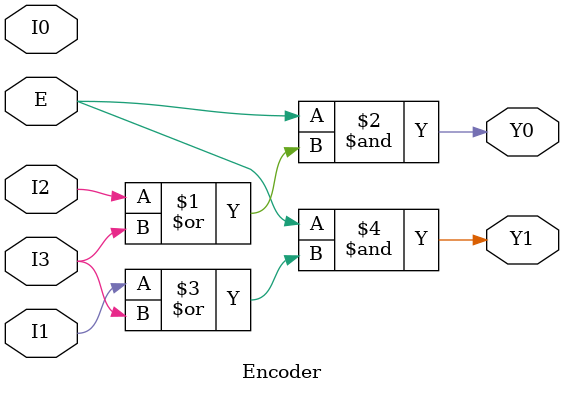
<source format=v>

`timescale 1ns / 1ps

module Encoder(
    input I0,
    input I1,
    input I2,
    input I3,
    input E,
    output Y0,
    output Y1
    );
    assign Y0 = E & (I2 | I3);
    assign Y1 = E & (I1 | I3);
endmodule

</source>
